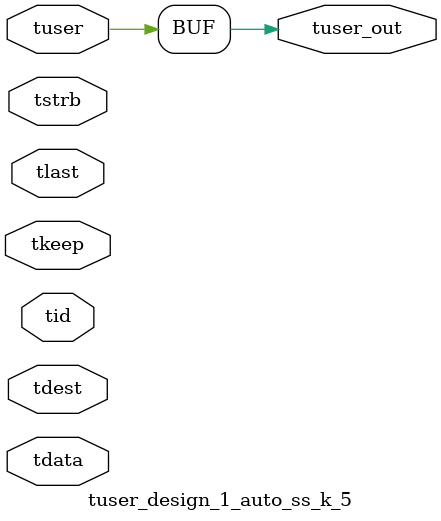
<source format=v>


`timescale 1ps/1ps

module tuser_design_1_auto_ss_k_5 #
(
parameter C_S_AXIS_TUSER_WIDTH = 1,
parameter C_S_AXIS_TDATA_WIDTH = 32,
parameter C_S_AXIS_TID_WIDTH   = 0,
parameter C_S_AXIS_TDEST_WIDTH = 0,
parameter C_M_AXIS_TUSER_WIDTH = 1
)
(
input  [(C_S_AXIS_TUSER_WIDTH == 0 ? 1 : C_S_AXIS_TUSER_WIDTH)-1:0     ] tuser,
input  [(C_S_AXIS_TDATA_WIDTH == 0 ? 1 : C_S_AXIS_TDATA_WIDTH)-1:0     ] tdata,
input  [(C_S_AXIS_TID_WIDTH   == 0 ? 1 : C_S_AXIS_TID_WIDTH)-1:0       ] tid,
input  [(C_S_AXIS_TDEST_WIDTH == 0 ? 1 : C_S_AXIS_TDEST_WIDTH)-1:0     ] tdest,
input  [(C_S_AXIS_TDATA_WIDTH/8)-1:0 ] tkeep,
input  [(C_S_AXIS_TDATA_WIDTH/8)-1:0 ] tstrb,
input                                                                    tlast,
output [C_M_AXIS_TUSER_WIDTH-1:0] tuser_out
);

assign tuser_out = {tuser[0:0]};

endmodule


</source>
